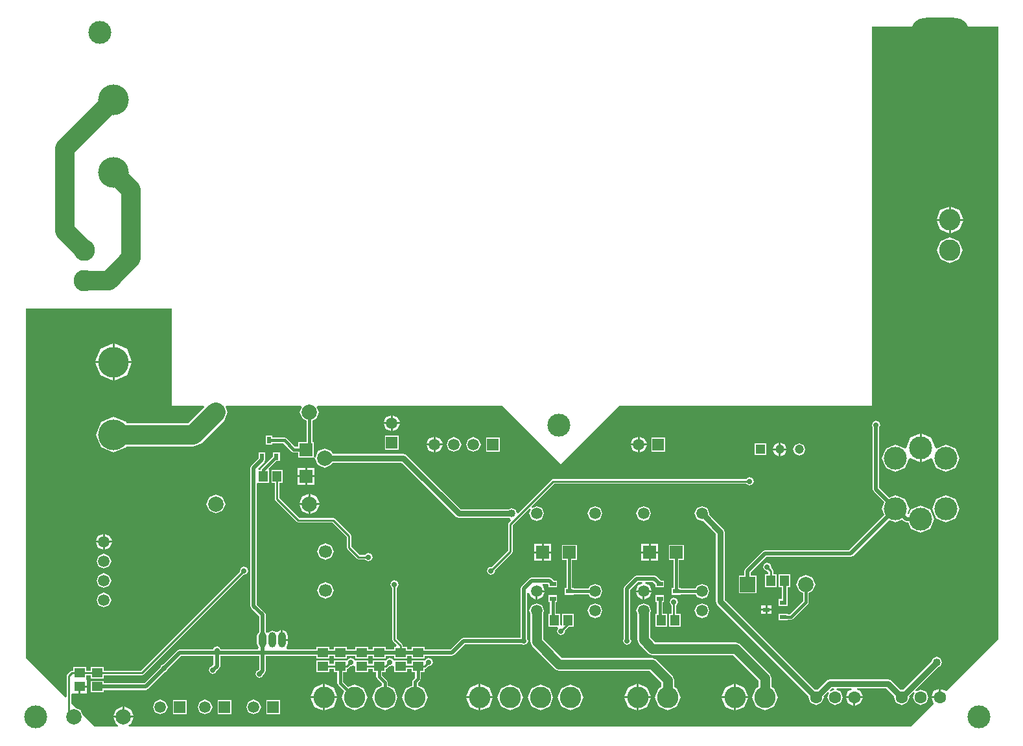
<source format=gbl>
%FSTAX25Y25*%
%MOIN*%
G70*
G01*
G75*
G04 Layer_Physical_Order=2*
G04 Layer_Color=16711680*
%ADD10R,0.04724X0.05512*%
%ADD11R,0.35039X0.41929*%
%ADD12R,0.09449X0.04134*%
%ADD13R,0.05512X0.04724*%
%ADD14R,0.08465X0.11221*%
%ADD15O,0.01181X0.05709*%
%ADD16O,0.05709X0.01181*%
%ADD17C,0.01000*%
%ADD18C,0.01500*%
%ADD19C,0.03000*%
%ADD20C,0.02000*%
%ADD21C,0.11811*%
%ADD22C,0.11000*%
%ADD23C,0.06693*%
%ADD24O,0.03937X0.07874*%
%ADD25O,0.03937X0.07874*%
%ADD26C,0.07874*%
%ADD27R,0.04724X0.04724*%
%ADD28C,0.04724*%
%ADD29C,0.15748*%
%ADD30C,0.05906*%
%ADD31R,0.05906X0.05906*%
%ADD32R,0.07874X0.07874*%
%ADD33R,0.05906X0.05906*%
%ADD34O,0.30000X0.15000*%
%ADD35C,0.06299*%
%ADD36C,0.05000*%
%ADD37C,0.04000*%
%ADD38C,0.02756*%
%ADD39R,0.02362X0.03347*%
%ADD40R,0.03347X0.02362*%
%ADD41R,0.06693X0.06693*%
%ADD42R,0.06693X0.06693*%
%ADD43C,0.05000*%
%ADD44C,0.10000*%
G36*
X051Y005D02*
X048315Y002315D01*
X0483018Y0023176D01*
X0480342Y0024284D01*
Y002D01*
X0479843D01*
Y00195D01*
X0475558D01*
X0476667Y0016824D01*
X0476693Y0016693D01*
X0465Y0005D01*
X006288D01*
X0062724Y0005785D01*
X0063779Y0006221D01*
X0065137Y00095D01*
X0054863D01*
X0056221Y0006221D01*
X0057276Y0005785D01*
X005712Y0005D01*
X0045D01*
X003884Y001116D01*
X0037882Y0013473D01*
X003557Y001443D01*
X0033191Y0016809D01*
Y0021524D01*
X0033744Y0022094D01*
X0033991Y0022095D01*
X0037D01*
Y0025457D01*
X00375D01*
Y0025957D01*
X0041256D01*
Y0028819D01*
X0040947D01*
Y0028819D01*
X0040856Y0029581D01*
X0040856Y0029619D01*
Y0031353D01*
X0043144D01*
Y0029581D01*
X0049856D01*
Y0031353D01*
X0069543D01*
X0070385Y0031701D01*
X0121677Y0082993D01*
X0122Y0082859D01*
X0123514Y0083486D01*
X0124141Y0085D01*
X0123514Y0086514D01*
X0122Y0087141D01*
X0120486Y0086514D01*
X0119859Y0085D01*
X0119993Y0084677D01*
X006905Y0033734D01*
X0049856D01*
Y0035506D01*
X0043144D01*
Y0033734D01*
X0040856D01*
Y0035506D01*
X0034144D01*
Y0033734D01*
X0033543D01*
X0032701Y0033385D01*
X0031158Y0031842D01*
X0030809Y0031D01*
Y0020236D01*
X003007Y001993D01*
X001Y004D01*
Y022D01*
X0085D01*
Y017D01*
X0101343D01*
X0101649Y0169261D01*
X009345Y0161061D01*
X0061661D01*
X0061486Y0161486D01*
X0055Y0164172D01*
X0048514Y0161486D01*
X0045828Y0155D01*
X0048514Y0148514D01*
X0055Y0145828D01*
X0061486Y0148514D01*
X0061661Y0148939D01*
X0095961D01*
X0100247Y0150714D01*
X0111869Y0162336D01*
X0113644Y0166622D01*
X011252Y0169335D01*
X0112965Y017D01*
X0151383D01*
X0151827Y0169335D01*
X0150703Y0166622D01*
X0152142Y0163149D01*
X0154153Y0162316D01*
Y0151297D01*
X0150054D01*
Y0148812D01*
X0148255D01*
X0143801Y0153266D01*
X0142768Y0153693D01*
X0142768Y0153693D01*
X0136706D01*
Y0154506D01*
X0133144D01*
Y0149959D01*
X0136706D01*
Y0150771D01*
X0142163D01*
X0146616Y0146317D01*
X014765Y0145889D01*
X014765Y0145889D01*
X0150054D01*
Y0143404D01*
X0157214D01*
X0157225Y0143404D01*
X0157225Y0143404D01*
X0157652Y0143404D01*
X0157847Y0143404D01*
X0157879D01*
X0157879D01*
X0157897Y0143393D01*
X0157938Y0143369D01*
X0157961Y0143356D01*
X0157966Y0143353D01*
X0158185Y0143227D01*
X0158722Y014265D01*
D01*
X0158722D01*
X0160016Y0139527D01*
X0163488Y0138089D01*
X0166961Y0139527D01*
X0167457Y0140727D01*
X0203059D01*
X0230893Y0112893D01*
X0230893Y0112893D01*
X0231363Y0112698D01*
X02325Y0112227D01*
X02325Y0112227D01*
X0258193D01*
X0259055Y011187D01*
X0259263Y0110947D01*
X0258158Y0109842D01*
X0257809Y0109D01*
Y0095493D01*
X0249323Y0087007D01*
X0249Y0087141D01*
X0247486Y0086514D01*
X0246859Y0085D01*
X0247486Y0083486D01*
X0249Y0082859D01*
X0250514Y0083486D01*
X0251141Y0085D01*
X0251007Y0085323D01*
X0259842Y0094158D01*
X0260191Y0095D01*
Y0108507D01*
X0268923Y0117239D01*
X0269601Y0116786D01*
X0268654Y01145D01*
X0269781Y0111781D01*
X02725Y0110655D01*
X0275219Y0111781D01*
X0276345Y01145D01*
X0275219Y0117219D01*
X02725Y0118345D01*
X0270214Y0117399D01*
X026976Y0118077D01*
X0281493Y0129809D01*
X0380352D01*
X0380486Y0129486D01*
X0382Y0128859D01*
X0383514Y0129486D01*
X0384141Y0131D01*
X0383514Y0132514D01*
X0382Y0133141D01*
X0380486Y0132514D01*
X0380352Y0132191D01*
X0281D01*
X0280158Y0131842D01*
X0263053Y0114737D01*
X026213Y0114945D01*
X026149Y011649D01*
X02595Y0117314D01*
X0258193Y0116773D01*
X0233441D01*
X0205607Y0144607D01*
X0204Y0145273D01*
X0167457D01*
X0166961Y0146472D01*
X0163488Y0147911D01*
X0160016Y0146472D01*
X0158746Y0143408D01*
X0158694Y0143419D01*
X0158574Y0143442D01*
X0158573Y0143443D01*
X0158573Y0143443D01*
D01*
X0158528Y0143452D01*
X0158207Y0143516D01*
X0158153Y0143526D01*
X0158152Y0143526D01*
X0158024Y0143552D01*
X0157961Y0143564D01*
X0157946Y0144101D01*
Y014414D01*
X0157946Y0144141D01*
X0157946Y0144176D01*
Y0151297D01*
X0157075D01*
Y0162316D01*
X0159087Y0163149D01*
X0160525Y0166622D01*
X0159401Y0169335D01*
X0159846Y017D01*
X0255D01*
X0285Y014D01*
X0315Y017D01*
X0445D01*
Y0365D01*
X0473481D01*
X0473926Y0364335D01*
X0472959Y0362D01*
X0475021Y0357021D01*
X048Y0354959D01*
X0484979Y0357021D01*
X0487042Y0362D01*
X0486074Y0364335D01*
X0486519Y0365D01*
X051D01*
Y005D01*
D02*
G37*
%LPC*%
G36*
X03575Y0068345D02*
X0354781Y0067219D01*
X0353655Y00645D01*
X0354781Y0061781D01*
X03575Y0060655D01*
X0360219Y0061781D01*
X0361345Y00645D01*
X0360219Y0067219D01*
X03575Y0068345D01*
D02*
G37*
G36*
X03025D02*
X0299781Y0067219D01*
X0298655Y00645D01*
X0299781Y0061781D01*
X03025Y0060655D01*
X0305219Y0061781D01*
X0306345Y00645D01*
X0305219Y0067219D01*
X03025Y0068345D01*
D02*
G37*
G36*
X0343Y0071141D02*
X0341486Y0070514D01*
X0340859Y0069D01*
X0341486Y0067486D01*
X0341809Y0067352D01*
Y0062856D01*
X0340581D01*
Y0056144D01*
X0346505D01*
Y0062856D01*
X0344191D01*
Y0067352D01*
X0344514Y0067486D01*
X0345141Y0069D01*
X0344514Y0070514D01*
X0343Y0071141D01*
D02*
G37*
G36*
X0410917Y0082911D02*
X0407445Y0081472D01*
X0406006Y0078D01*
X0407445Y0074528D01*
X0409456Y0073694D01*
Y0069523D01*
X0402655Y0062721D01*
X0401462D01*
Y0063041D01*
X0396916D01*
Y0059479D01*
X0401462D01*
Y0059799D01*
X040326D01*
X040326Y0059799D01*
X0404293Y0060227D01*
X0411951Y0067884D01*
X0411951Y0067884D01*
X0412076Y0068187D01*
X0412379Y0068917D01*
X0412379Y0068917D01*
Y0073694D01*
X041439Y0074528D01*
X0415828Y0078D01*
X041439Y0081472D01*
X0410917Y0082911D01*
D02*
G37*
G36*
X0390224Y0067181D02*
X0388051D01*
Y00655D01*
X0390224D01*
Y0067181D01*
D02*
G37*
G36*
X0393398Y00645D02*
X0391224D01*
Y0062819D01*
X0393398D01*
Y00645D01*
D02*
G37*
G36*
X0390224D02*
X0388051D01*
Y0062819D01*
X0390224D01*
Y00645D01*
D02*
G37*
G36*
X0338041Y0072541D02*
X0333494D01*
Y0068979D01*
X0334306D01*
Y0062856D01*
X0333494D01*
Y0056144D01*
X0339419D01*
Y0062856D01*
X0337229D01*
Y0068979D01*
X0338041D01*
Y0072541D01*
D02*
G37*
G36*
X0479343Y0024284D02*
X0476667Y0023176D01*
X0475558Y00205D01*
X0479343D01*
Y0024284D01*
D02*
G37*
G36*
X0374909Y0026828D02*
Y00205D01*
X0381238D01*
X0379384Y0024975D01*
X0374909Y0026828D01*
D02*
G37*
G36*
X0373909D02*
X0369435Y0024975D01*
X0367581Y00205D01*
X0373909D01*
Y0026828D01*
D02*
G37*
G36*
X0041256Y0024957D02*
X0038D01*
Y0022095D01*
X0041256D01*
Y0024957D01*
D02*
G37*
G36*
X0283041Y0072541D02*
X0278494D01*
Y0068979D01*
X0279306D01*
Y0062856D01*
X0278495D01*
Y0056144D01*
X0283071D01*
X0283416Y0055344D01*
X0282859Y0054D01*
X0283486Y0052486D01*
X0285Y0051859D01*
X0286514Y0052486D01*
X0287141Y0054D01*
X0287007Y0054323D01*
X0288828Y0056144D01*
X0291506D01*
Y0062856D01*
X0285581D01*
Y0056766D01*
X0285546Y0056729D01*
X0285203Y0056729D01*
X0284419Y0057514D01*
Y0062856D01*
X0282229D01*
Y0068979D01*
X0283041D01*
Y0072541D01*
D02*
G37*
G36*
X0142Y0054474D02*
Y005D01*
X0144713D01*
Y0051468D01*
X0143772Y005374D01*
X0142Y0054474D01*
D02*
G37*
G36*
X0217Y0040141D02*
X0215486Y0039514D01*
X0215448Y0039421D01*
X0214856Y0038919D01*
X0208144D01*
Y0037147D01*
X0205856D01*
Y0038919D01*
X0199626D01*
X0199144Y0038919D01*
X0198552Y0039421D01*
X0198552Y0039421D01*
X0198514Y0039514D01*
X0197Y0040141D01*
X0195486Y0039514D01*
X0195448Y0039421D01*
X0194856Y0038919D01*
X0188144D01*
Y0037147D01*
X0185856D01*
Y0038919D01*
X0179626D01*
X0179144Y0038919D01*
X0178552Y0039421D01*
X0178514Y0039514D01*
X0177Y0040141D01*
X0175486Y0039514D01*
X0175448Y0039421D01*
X0174856Y0038919D01*
X0168144D01*
Y0037147D01*
X0165856D01*
Y0038919D01*
X0159144D01*
Y0032994D01*
X0165856D01*
Y0034766D01*
X0168144D01*
Y0032994D01*
X0170039D01*
Y0027319D01*
X0170039Y0027319D01*
X0170467Y0026286D01*
X0173545Y0023208D01*
X0172216Y002D01*
X017415Y0015331D01*
X0178819Y0013397D01*
X0183488Y0015331D01*
X0185422Y002D01*
X0183488Y0024669D01*
X0178819Y0026603D01*
X0175611Y0025274D01*
X0172961Y0027924D01*
Y0032994D01*
X0174856D01*
Y0034766D01*
X0174957D01*
X0175799Y0035115D01*
X0176677Y0035993D01*
X0177Y0035859D01*
X0178344Y0036416D01*
X0179144Y0036071D01*
Y0032994D01*
X0185856D01*
Y0034766D01*
X0188144D01*
Y0032994D01*
X0190039D01*
Y00305D01*
X0190039Y00305D01*
X0190467Y0029467D01*
X0192948Y0026985D01*
Y0025997D01*
X0189741Y0024669D01*
X0187807Y002D01*
X0189741Y0015331D01*
X0194409Y0013397D01*
X0199078Y0015331D01*
X0201012Y002D01*
X0199078Y0024669D01*
X0195871Y0025997D01*
Y0027591D01*
X0195443Y0028624D01*
X0195443Y0028624D01*
X0192961Y0031105D01*
Y0032994D01*
X0194856D01*
Y0034766D01*
X0194957D01*
X0195799Y0035115D01*
X0196677Y0035993D01*
X0197Y0035859D01*
X0198344Y0036416D01*
X0199144Y0036071D01*
Y0032994D01*
X0205856D01*
Y0034766D01*
X0208144D01*
Y0032994D01*
X0210039D01*
Y0030105D01*
X0208967Y0029033D01*
X0208539Y0028D01*
X0208539Y0028D01*
Y0025997D01*
X0205331Y0024669D01*
X0203397Y002D01*
X0205331Y0015331D01*
X021Y0013397D01*
X0214669Y0015331D01*
X0216603Y002D01*
X0214669Y0024669D01*
X0211461Y0025997D01*
Y0027395D01*
X0212533Y0028467D01*
X0212533Y0028467D01*
X0212659Y0028769D01*
X0212961Y00295D01*
X0212961Y00295D01*
Y0032994D01*
X0214856D01*
Y0034766D01*
X0214957D01*
X0215798Y0035115D01*
X0216677Y0035993D01*
X0217Y0035859D01*
X0218514Y0036486D01*
X0219141Y0038D01*
X0218514Y0039514D01*
X0217Y0040141D01*
D02*
G37*
G36*
X0333008Y0082732D02*
X0324D01*
X0322775Y0082225D01*
X0317775Y0077225D01*
X0317268Y0076D01*
Y0049988D01*
X0316859Y0049D01*
X0317486Y0047486D01*
X0319Y0046859D01*
X0320514Y0047486D01*
X0321141Y0049D01*
X0320732Y0049988D01*
Y0075283D01*
X0324717Y0079268D01*
X0326592D01*
X0326751Y0078468D01*
X0324475Y0077525D01*
X0323429Y0075D01*
X0331571D01*
X0330525Y0077525D01*
X0328249Y0078468D01*
X0328408Y0079268D01*
X0332291D01*
X0333494Y0078064D01*
Y0076459D01*
X0338041D01*
Y0080021D01*
X0336436D01*
X0334232Y0082225D01*
X0333008Y0082732D01*
D02*
G37*
G36*
X005Y0083846D02*
X0047281Y0082719D01*
X0046154Y008D01*
X0047281Y0077281D01*
X005Y0076155D01*
X0052719Y0077281D01*
X0053846Y008D01*
X0052719Y0082719D01*
X005Y0083846D01*
D02*
G37*
G36*
X0164Y0079272D02*
X0160979Y0078021D01*
X0159728Y0075D01*
X0160979Y007198D01*
X0164Y0070728D01*
X016702Y007198D01*
X0168272Y0075D01*
X016702Y0078021D01*
X0164Y0079272D01*
D02*
G37*
G36*
X0391Y0089141D02*
X0389486Y0088514D01*
X0388859Y0087D01*
X0389486Y0085486D01*
X0391Y0084859D01*
X039104Y0084876D01*
X0391723Y0084347D01*
Y0083356D01*
X0389951D01*
Y0076644D01*
X0395876D01*
Y0083356D01*
X0394104D01*
Y0085087D01*
X0393755Y0085928D01*
X0393007Y0086677D01*
X0393141Y0087D01*
X0392514Y0088514D01*
X0391Y0089141D01*
D02*
G37*
G36*
X027515Y0094D02*
X0271303D01*
Y0090154D01*
X027515D01*
Y0094D01*
D02*
G37*
G36*
X0142006Y0136856D02*
X0136081D01*
Y0130144D01*
X0137853D01*
Y0121957D01*
X0138201Y0121115D01*
X0149158Y0110158D01*
X015Y0109809D01*
X0167507D01*
X0174809Y0102507D01*
Y0097D01*
X0175158Y0096158D01*
X0180158Y0091158D01*
X0181Y0090809D01*
X0184352D01*
X0184486Y0090486D01*
X0186Y0089859D01*
X0187514Y0090486D01*
X0188141Y0092D01*
X0187514Y0093514D01*
X0186Y0094141D01*
X0184486Y0093514D01*
X0184352Y0093191D01*
X0181493D01*
X0177191Y0097493D01*
Y0103D01*
X0176842Y0103842D01*
X0168842Y0111842D01*
X0168Y0112191D01*
X0150493D01*
X0140234Y012245D01*
Y0130144D01*
X0142006D01*
Y0136856D01*
D02*
G37*
G36*
X005Y0093845D02*
X0047281Y0092719D01*
X0046154Y009D01*
X0047281Y0087281D01*
X005Y0086155D01*
X0052719Y0087281D01*
X0053846Y009D01*
X0052719Y0092719D01*
X005Y0093845D01*
D02*
G37*
G36*
X0348297Y0098447D02*
X0340404D01*
Y0090554D01*
X0342771D01*
Y0076281D01*
X0341959D01*
Y0072719D01*
X0346505D01*
Y0073039D01*
X035426D01*
X0354781Y0071781D01*
X03575Y0070655D01*
X0360219Y0071781D01*
X0361345Y00745D01*
X0360219Y0077219D01*
X03575Y0078346D01*
X0354781Y0077219D01*
X035426Y0075961D01*
X0346505D01*
Y0076281D01*
X0345693D01*
Y0090554D01*
X0348297D01*
Y0098447D01*
D02*
G37*
G36*
X0402962Y0083356D02*
X0397038D01*
Y0076644D01*
X0398539D01*
Y0070521D01*
X0396916D01*
Y0066959D01*
X0401462D01*
Y0070521D01*
X0401461D01*
Y0076644D01*
X0402962D01*
Y0083356D01*
D02*
G37*
G36*
X005Y0073845D02*
X0047281Y0072719D01*
X0046154Y007D01*
X0047281Y0067281D01*
X005Y0066154D01*
X0052719Y0067281D01*
X0053846Y007D01*
X0052719Y0072719D01*
X005Y0073845D01*
D02*
G37*
G36*
X0393398Y0067181D02*
X0391224D01*
Y00655D01*
X0393398D01*
Y0067181D01*
D02*
G37*
G36*
X0276571Y0074D02*
X0273D01*
Y0070429D01*
X0275525Y0071475D01*
X0276571Y0074D01*
D02*
G37*
G36*
X0293297Y0098447D02*
X0285404D01*
Y0090554D01*
X0287771D01*
Y0076281D01*
X0286959D01*
Y0072719D01*
X0291506D01*
Y0073039D01*
X029926D01*
X0299781Y0071781D01*
X03025Y0070655D01*
X0305219Y0071781D01*
X0306345Y00745D01*
X0305219Y0077219D01*
X03025Y0078346D01*
X0299781Y0077219D01*
X029926Y0075961D01*
X0291506D01*
Y0076281D01*
X0290693D01*
Y0090554D01*
X0293297D01*
Y0098447D01*
D02*
G37*
G36*
X0331571Y0074D02*
X0328D01*
Y0070429D01*
X0330525Y0071475D01*
X0331571Y0074D01*
D02*
G37*
G36*
X0327D02*
X0323429D01*
X0324475Y0071475D01*
X0327Y0070429D01*
Y0074D01*
D02*
G37*
G36*
X0242728Y00195D02*
X02364D01*
X0238253Y0015025D01*
X0242728Y0013172D01*
Y00195D01*
D02*
G37*
G36*
X0170057D02*
X0163728D01*
Y0013172D01*
X0168203Y0015025D01*
X0170057Y00195D01*
D02*
G37*
G36*
X0162728D02*
X01564D01*
X0158254Y0015025D01*
X0162728Y0013172D01*
Y00195D01*
D02*
G37*
G36*
X0250057D02*
X0243728D01*
Y0013172D01*
X0248203Y0015025D01*
X0250057Y00195D01*
D02*
G37*
G36*
X0373909D02*
X0367581D01*
X0369435Y0015025D01*
X0373909Y0013172D01*
Y00195D01*
D02*
G37*
G36*
X0331238D02*
X0324909D01*
Y0013172D01*
X0329384Y0015025D01*
X0331238Y00195D01*
D02*
G37*
G36*
X0323909D02*
X0317581D01*
X0319435Y0015025D01*
X0323909Y0013172D01*
Y00195D01*
D02*
G37*
G36*
X0140553Y0018553D02*
X0133447D01*
Y0011447D01*
X0140553D01*
Y0018553D01*
D02*
G37*
G36*
X0079Y0018845D02*
X0076281Y0017719D01*
X0075155Y0015D01*
X0076281Y0012281D01*
X0079Y0011154D01*
X0081719Y0012281D01*
X0082845Y0015D01*
X0081719Y0017719D01*
X0079Y0018845D01*
D02*
G37*
G36*
X00605Y0015137D02*
Y00105D01*
X0065137D01*
X0063779Y0013779D01*
X00605Y0015137D01*
D02*
G37*
G36*
X00595D02*
X0056221Y0013779D01*
X0054863Y00105D01*
X00595D01*
Y0015137D01*
D02*
G37*
G36*
X0102Y0018845D02*
X0099281Y0017719D01*
X0098154Y0015D01*
X0099281Y0012281D01*
X0102Y0011154D01*
X0104719Y0012281D01*
X0105845Y0015D01*
X0104719Y0017719D01*
X0102Y0018845D01*
D02*
G37*
G36*
X0115553Y0018553D02*
X0108447D01*
Y0011447D01*
X0115553D01*
Y0018553D01*
D02*
G37*
G36*
X0092553D02*
X0085447D01*
Y0011447D01*
X0092553D01*
Y0018553D01*
D02*
G37*
G36*
X0127Y0018845D02*
X0124281Y0017719D01*
X0123154Y0015D01*
X0124281Y0012281D01*
X0127Y0011154D01*
X0129719Y0012281D01*
X0130845Y0015D01*
X0129719Y0017719D01*
X0127Y0018845D01*
D02*
G37*
G36*
X0163728Y0026828D02*
Y00205D01*
X0170057D01*
X0168203Y0024975D01*
X0163728Y0026828D01*
D02*
G37*
G36*
X0162728D02*
X0158254Y0024975D01*
X01564Y00205D01*
X0162728D01*
Y0026828D01*
D02*
G37*
G36*
X03575Y0118345D02*
X0354781Y0117219D01*
X0353655Y01145D01*
X0354781Y0111781D01*
X03575Y0110655D01*
X0357946Y0110839D01*
X0364727Y0104059D01*
Y0069157D01*
X0365393Y006755D01*
X0412346Y0020597D01*
X0412099Y002D01*
X0413288Y001713D01*
X0416157Y0015942D01*
X0419027Y001713D01*
X0420216Y002D01*
X0419969Y0020597D01*
X042228Y0022908D01*
X0422958Y0022455D01*
X0421942Y002D01*
X042313Y001713D01*
X0426Y0015942D01*
X042887Y001713D01*
X0430058Y002D01*
X042887Y002287D01*
X0426427Y0023882D01*
X0426408Y0024381D01*
X0427064Y0024727D01*
X043432D01*
X043448Y0023927D01*
X0432667Y0023176D01*
X0431558Y00205D01*
X0440127D01*
X0439018Y0023176D01*
X0437205Y0023927D01*
X0437364Y0024727D01*
X0452216D01*
X0456346Y0020597D01*
X0456099Y002D01*
X0457288Y001713D01*
X0460157Y0015942D01*
X0463027Y001713D01*
X0464216Y002D01*
X0463969Y0020597D01*
X046628Y0022908D01*
X0466958Y0022455D01*
X0465941Y002D01*
X046713Y001713D01*
X047Y0015942D01*
X047287Y001713D01*
X0474058Y002D01*
X047287Y002287D01*
X047Y0024058D01*
X0467545Y0023042D01*
X0467092Y002372D01*
X0478841Y0035469D01*
X0480147Y003601D01*
X0480972Y0038D01*
X0480147Y003999D01*
X0478158Y0040814D01*
X0476167Y003999D01*
X0475626Y0038683D01*
X0460754Y0023811D01*
X0460157Y0024058D01*
X0459561Y0023811D01*
X0454765Y0028607D01*
X0453158Y0029273D01*
X0423158D01*
X042155Y0028607D01*
X042155Y0028607D01*
X0416754Y0023811D01*
X0416157Y0024058D01*
X0415561Y0023811D01*
X0369273Y0070099D01*
Y0105D01*
X0368607Y0106607D01*
X0361161Y0114054D01*
X0361345Y01145D01*
X0360219Y0117219D01*
X03575Y0118345D01*
D02*
G37*
G36*
X0242728Y0026828D02*
X0238253Y0024975D01*
X02364Y00205D01*
X0242728D01*
Y0026828D01*
D02*
G37*
G36*
X0324909D02*
Y00205D01*
X0331238D01*
X0329384Y0024975D01*
X0324909Y0026828D01*
D02*
G37*
G36*
X0323909D02*
X0319435Y0024975D01*
X0317581Y00205D01*
X0323909D01*
Y0026828D01*
D02*
G37*
G36*
X0243728D02*
Y00205D01*
X0250057D01*
X0248203Y0024975D01*
X0243728Y0026828D01*
D02*
G37*
G36*
X0440127Y00195D02*
X0436342D01*
Y0015716D01*
X0439018Y0016824D01*
X0440127Y00195D01*
D02*
G37*
G36*
X027441Y0026603D02*
X0269741Y0024669D01*
X0267807Y002D01*
X0269741Y0015331D01*
X027441Y0013397D01*
X0279078Y0015331D01*
X0281012Y002D01*
X0279078Y0024669D01*
X027441Y0026603D01*
D02*
G37*
G36*
X0258819D02*
X025415Y0024669D01*
X0252216Y002D01*
X025415Y0015331D01*
X0258819Y0013397D01*
X0263488Y0015331D01*
X0265422Y002D01*
X0263488Y0024669D01*
X0258819Y0026603D01*
D02*
G37*
G36*
X0381238Y00195D02*
X0374909D01*
Y0013172D01*
X0379384Y0015025D01*
X0381238Y00195D01*
D02*
G37*
G36*
X029Y0026603D02*
X0285331Y0024669D01*
X0283397Y002D01*
X0285331Y0015331D01*
X029Y0013397D01*
X0294669Y0015331D01*
X0296603Y002D01*
X0294669Y0024669D01*
X029Y0026603D01*
D02*
G37*
G36*
X0435343Y00195D02*
X0431558D01*
X0432667Y0016824D01*
X0435343Y0015716D01*
Y00195D01*
D02*
G37*
G36*
X03275Y0068345D02*
X0324781Y0067219D01*
X0323655Y00645D01*
X0324145Y0063317D01*
Y00495D01*
X0325127Y0047127D01*
X0329627Y0042627D01*
X0332Y0041645D01*
X037361D01*
X0386645Y002861D01*
Y0025213D01*
X0385331Y0024669D01*
X0383397Y002D01*
X0385331Y0015331D01*
X039Y0013397D01*
X0394669Y0015331D01*
X0396603Y002D01*
X0394669Y0024669D01*
X0393355Y0025213D01*
Y003D01*
X0392373Y0032373D01*
X0377373Y0047373D01*
X0375Y0048355D01*
X033339D01*
X0330855Y005089D01*
Y0063317D01*
X0331345Y00645D01*
X0330219Y0067219D01*
X03275Y0068345D01*
D02*
G37*
G36*
X02725D02*
X0269781Y0067219D01*
X0268654Y00645D01*
X0269145Y0063317D01*
Y00485D01*
X0270127Y0046127D01*
X0281627Y0034627D01*
X0284Y0033645D01*
X033061D01*
X0336645Y002761D01*
Y0025213D01*
X0335331Y0024669D01*
X0333397Y002D01*
X0335331Y0015331D01*
X034Y0013397D01*
X0344669Y0015331D01*
X0346603Y002D01*
X0344669Y0024669D01*
X0343355Y0025213D01*
Y0029D01*
X0342373Y0031373D01*
X0334373Y0039373D01*
X0332Y0040355D01*
X028539D01*
X0275855Y004989D01*
Y0063317D01*
X0276345Y00645D01*
X0275219Y0067219D01*
X02725Y0068345D01*
D02*
G37*
G36*
X0397Y0150932D02*
X0394927Y0150073D01*
X0394068Y0148D01*
X0397D01*
Y0150932D01*
D02*
G37*
G36*
X0201553Y0154553D02*
X0194447D01*
Y0147447D01*
X0201553D01*
Y0154553D01*
D02*
G37*
G36*
X0253553Y0153553D02*
X0246447D01*
Y0146447D01*
X0253553D01*
Y0153553D01*
D02*
G37*
G36*
X0398Y0150932D02*
Y0148D01*
X0400932D01*
X0400073Y0150073D01*
X0398Y0150932D01*
D02*
G37*
G36*
X03255Y0154071D02*
Y01505D01*
X0329071D01*
X0328025Y0153025D01*
X03255Y0154071D01*
D02*
G37*
G36*
X03245D02*
X0321975Y0153025D01*
X0320929Y01505D01*
X03245D01*
Y0154071D01*
D02*
G37*
G36*
X04695Y0155575D02*
X0464715Y0153592D01*
X0462576Y0148428D01*
X0461786Y0148027D01*
X0457055Y0149987D01*
X0452076Y0147924D01*
X0450013Y0142945D01*
X0452076Y0137966D01*
X0457055Y0135904D01*
X0462034Y0137966D01*
X0463994Y0142698D01*
X0464583Y0142963D01*
X0464836Y0142972D01*
X04695Y014104D01*
Y0148307D01*
Y0155575D01*
D02*
G37*
G36*
X0338553Y0153553D02*
X0331447D01*
Y0146447D01*
X0338553D01*
Y0153553D01*
D02*
G37*
G36*
X0329071Y01495D02*
X03255D01*
Y0145929D01*
X0328025Y0146975D01*
X0329071Y01495D01*
D02*
G37*
G36*
X03245D02*
X0320929D01*
X0321975Y0146975D01*
X03245Y0145929D01*
Y01495D01*
D02*
G37*
G36*
X0390462Y0150462D02*
X0384538D01*
Y0144538D01*
X0390462D01*
Y0150462D01*
D02*
G37*
G36*
X02195Y01495D02*
X0215929D01*
X0216975Y0146975D01*
X02195Y0145929D01*
Y01495D01*
D02*
G37*
G36*
X024Y0153846D02*
X0237281Y0152719D01*
X0236155Y015D01*
X0237281Y0147281D01*
X024Y0146154D01*
X0242719Y0147281D01*
X0243846Y015D01*
X0242719Y0152719D01*
X024Y0153846D01*
D02*
G37*
G36*
X023D02*
X0227281Y0152719D01*
X0226154Y015D01*
X0227281Y0147281D01*
X023Y0146154D01*
X0232719Y0147281D01*
X0233845Y015D01*
X0232719Y0152719D01*
X023Y0153846D01*
D02*
G37*
G36*
X0224071Y01495D02*
X02205D01*
Y0145929D01*
X0223025Y0146975D01*
X0224071Y01495D01*
D02*
G37*
G36*
X0485Y0256603D02*
X0480331Y0254669D01*
X0478397Y025D01*
X0480331Y0245331D01*
X0485Y0243397D01*
X0489669Y0245331D01*
X0491603Y025D01*
X0489669Y0254669D01*
X0485Y0256603D01*
D02*
G37*
G36*
X00555Y02018D02*
Y0192902D01*
X0064398D01*
X0061792Y0199193D01*
X00555Y02018D01*
D02*
G37*
G36*
X00545D02*
X0048208Y0199193D01*
X0045602Y0192902D01*
X00545D01*
Y02018D01*
D02*
G37*
G36*
X04845Y026509D02*
X0478171D01*
X0480025Y0260616D01*
X04845Y0258762D01*
Y026509D01*
D02*
G37*
G36*
X04855Y0272419D02*
Y026609D01*
X0491828D01*
X0489975Y0270565D01*
X04855Y0272419D01*
D02*
G37*
G36*
X04845D02*
X0480025Y0270565D01*
X0478171Y026609D01*
X04845D01*
Y0272419D01*
D02*
G37*
G36*
X0491828Y026509D02*
X04855D01*
Y0258762D01*
X0489975Y0260616D01*
X0491828Y026509D01*
D02*
G37*
G36*
X0064398Y0191902D02*
X00555D01*
Y0183003D01*
X0061792Y018561D01*
X0064398Y0191902D01*
D02*
G37*
G36*
X01975Y01605D02*
X0193929D01*
X0194975Y0157975D01*
X01975Y0156929D01*
Y01605D01*
D02*
G37*
G36*
X02205Y0154071D02*
Y01505D01*
X0224071D01*
X0223025Y0153025D01*
X02205Y0154071D01*
D02*
G37*
G36*
X02195D02*
X0216975Y0153025D01*
X0215929Y01505D01*
X02195D01*
Y0154071D01*
D02*
G37*
G36*
X0202071Y01605D02*
X01985D01*
Y0156929D01*
X0201025Y0157975D01*
X0202071Y01605D01*
D02*
G37*
G36*
X00545Y0191902D02*
X0045602D01*
X0048208Y018561D01*
X00545Y0183003D01*
Y0191902D01*
D02*
G37*
G36*
X01985Y0165071D02*
Y01615D01*
X0202071D01*
X0201025Y0164025D01*
X01985Y0165071D01*
D02*
G37*
G36*
X01975D02*
X0194975Y0164025D01*
X0193929Y01615D01*
X01975D01*
Y0165071D01*
D02*
G37*
G36*
X04075Y0150706D02*
X0405233Y0149767D01*
X0404294Y01475D01*
X0405233Y0145233D01*
X04075Y0144294D01*
X0409767Y0145233D01*
X0410706Y01475D01*
X0409767Y0149767D01*
X04075Y0150706D01*
D02*
G37*
G36*
X00495Y0104071D02*
X0046975Y0103025D01*
X0045929Y01005D01*
X00495D01*
Y0104071D01*
D02*
G37*
G36*
X0054071Y00995D02*
X00505D01*
Y0095929D01*
X0053025Y0096975D01*
X0054071Y00995D01*
D02*
G37*
G36*
X00495D02*
X0045929D01*
X0046975Y0096975D01*
X00495Y0095929D01*
Y00995D01*
D02*
G37*
G36*
X00505Y0104071D02*
Y01005D01*
X0054071D01*
X0053025Y0103025D01*
X00505Y0104071D01*
D02*
G37*
G36*
X03025Y0118345D02*
X0299781Y0117219D01*
X0298655Y01145D01*
X0299781Y0111781D01*
X03025Y0110655D01*
X0305219Y0111781D01*
X0306345Y01145D01*
X0305219Y0117219D01*
X03025Y0118345D01*
D02*
G37*
G36*
X0482945Y0124096D02*
X0477966Y0122034D01*
X0475904Y0117055D01*
X0477966Y0112076D01*
X0482945Y0110013D01*
X0487924Y0112076D01*
X0489987Y0117055D01*
X0487924Y0122034D01*
X0482945Y0124096D01*
D02*
G37*
G36*
X0447Y0162141D02*
X0445486Y0161514D01*
X0444859Y016D01*
X0445268Y0159012D01*
Y012711D01*
X0445775Y0125885D01*
X0451359Y0120302D01*
X0450013Y0117055D01*
X0451359Y0113808D01*
X0433283Y0095732D01*
X039D01*
X0388775Y0095225D01*
X0379771Y0086221D01*
X0379264Y0084996D01*
Y0082537D01*
X0376459D01*
Y0073463D01*
X0385533D01*
Y0082537D01*
X0382728D01*
Y0084279D01*
X0390717Y0092268D01*
X0434D01*
X0435225Y0092775D01*
X0453808Y0111358D01*
X0457055Y0110013D01*
X0460302Y0111358D01*
X0461192Y0110468D01*
X0462417Y0109961D01*
X0463676D01*
X0465021Y0106714D01*
X047Y0104651D01*
X0474979Y0106714D01*
X0477041Y0111693D01*
X0474979Y0116672D01*
X047Y0118734D01*
X0465021Y0116672D01*
X0464014Y0114242D01*
X0463441Y0114166D01*
X046309Y0114625D01*
X0464096Y0117055D01*
X0462034Y0122034D01*
X0457055Y0124096D01*
X0453808Y0122751D01*
X0448732Y0127827D01*
Y0159012D01*
X0449141Y016D01*
X0448514Y0161514D01*
X0447Y0162141D01*
D02*
G37*
G36*
X0334996Y0098847D02*
X033115D01*
Y0095D01*
X0334996D01*
Y0098847D01*
D02*
G37*
G36*
Y0094D02*
X033115D01*
Y0090154D01*
X0334996D01*
Y0094D01*
D02*
G37*
G36*
X033015D02*
X0326303D01*
Y0090154D01*
X033015D01*
Y0094D01*
D02*
G37*
G36*
X0279996Y0094D02*
X027615D01*
Y0090154D01*
X0279996D01*
Y0094D01*
D02*
G37*
G36*
X0164Y0099272D02*
X0160979Y009802D01*
X0159728Y0095D01*
X0160979Y009198D01*
X0164Y0090728D01*
X016702Y009198D01*
X0168272Y0095D01*
X016702Y009802D01*
X0164Y0099272D01*
D02*
G37*
G36*
X033015Y0098847D02*
X0326303D01*
Y0095D01*
X033015D01*
Y0098847D01*
D02*
G37*
G36*
X0279996Y0098847D02*
X027615D01*
Y0095D01*
X0279996D01*
Y0098847D01*
D02*
G37*
G36*
X027515D02*
X0271303D01*
Y0095D01*
X027515D01*
Y0098847D01*
D02*
G37*
G36*
X0158346Y0137996D02*
X01545D01*
Y013415D01*
X0158346D01*
Y0137996D01*
D02*
G37*
G36*
X01535D02*
X0149653D01*
Y013415D01*
X01535D01*
Y0137996D01*
D02*
G37*
G36*
X0158346Y013315D02*
X01545D01*
Y0129303D01*
X0158346D01*
Y013315D01*
D02*
G37*
G36*
X04705Y0155575D02*
Y0148307D01*
Y014104D01*
X0475165Y0142972D01*
X0475417Y0142963D01*
X0476006Y0142698D01*
X0477966Y0137966D01*
X0482945Y0135904D01*
X0487924Y0137966D01*
X0489987Y0142945D01*
X0487924Y0147924D01*
X0482945Y0149987D01*
X0478214Y0148027D01*
X0477424Y0148428D01*
X0475285Y0153592D01*
X04705Y0155575D01*
D02*
G37*
G36*
X0400932Y0147D02*
X0398D01*
Y0144068D01*
X0400073Y0144927D01*
X0400932Y0147D01*
D02*
G37*
G36*
X0397D02*
X0394068D01*
X0394927Y0144927D01*
X0397Y0144068D01*
Y0147D01*
D02*
G37*
G36*
X0140446Y0146041D02*
X0136884D01*
Y0144053D01*
X0130923Y0138092D01*
X0130495Y0137059D01*
X0129756Y0136856D01*
X0129532D01*
X0129436D01*
X0129105Y0137656D01*
X013241Y014096D01*
X0132631Y0141494D01*
X0132966D01*
Y0146041D01*
X0129404D01*
Y0142853D01*
X0125775Y0139225D01*
X0125268Y0138D01*
Y0067D01*
X0125775Y0065775D01*
X0129768Y0061783D01*
Y0053531D01*
X0129534Y0053434D01*
X012872Y0051468D01*
Y0047531D01*
X0129534Y0045566D01*
X0129352Y0044775D01*
X0109906D01*
X01096Y0045514D01*
X0108087Y0046141D01*
X0106573Y0045514D01*
X0106249Y0044732D01*
X0089D01*
X0087775Y0044225D01*
X0080474Y0036923D01*
X0079486Y0036514D01*
X0079077Y0035526D01*
X0070739Y0027189D01*
X0049856D01*
Y0028419D01*
X0043144D01*
Y0022494D01*
X0049856D01*
Y0023725D01*
X0071457D01*
X0072681Y0024232D01*
X0081526Y0033077D01*
X0082514Y0033486D01*
X0082923Y0034474D01*
X0089717Y0041268D01*
X0106355D01*
Y0036804D01*
X0105474Y0035923D01*
X0104486Y0035514D01*
X0103859Y0034D01*
X0104486Y0032486D01*
X0106Y0031859D01*
X0107514Y0032486D01*
X0107923Y0033474D01*
X0109311Y0034862D01*
X0109818Y0036086D01*
Y0041311D01*
X0129768D01*
Y0034217D01*
X0129474Y0033923D01*
X0128486Y0033514D01*
X0127859Y0032D01*
X0128486Y0030486D01*
X013Y0029859D01*
X0131514Y0030486D01*
X0131923Y0031474D01*
X0132724Y0032275D01*
X0133232Y00335D01*
Y0041311D01*
X0159144D01*
Y0040081D01*
X0165856D01*
Y0041311D01*
X0168144D01*
Y0040081D01*
X0174856D01*
Y0041311D01*
X0179144D01*
Y0040081D01*
X0185856D01*
Y0041311D01*
X0188144D01*
Y0040081D01*
X0194856D01*
Y0041311D01*
X0199144D01*
Y0040081D01*
X0205856D01*
Y0041311D01*
X0208144D01*
Y0040081D01*
X0214856D01*
Y0041311D01*
X0229043D01*
X0230268Y0041819D01*
X0235717Y0047268D01*
X0265012D01*
X0266Y0046859D01*
X0267514Y0047486D01*
X0268141Y0049D01*
X0267732Y0049988D01*
Y0073592D01*
X0268532Y0073751D01*
X0269475Y0071475D01*
X0272Y0070429D01*
Y00745D01*
X02725D01*
Y0075D01*
X0276571D01*
X0275525Y0077525D01*
X0275673Y0078268D01*
X0278291D01*
X0278494Y0078064D01*
Y0076459D01*
X0283041D01*
Y0080021D01*
X0281436D01*
X0280233Y0081225D01*
X0279008Y0081732D01*
X027D01*
X0268775Y0081225D01*
X0264775Y0077225D01*
X0264268Y0076D01*
Y0050732D01*
X0235D01*
X0233775Y0050225D01*
X0228326Y0044775D01*
X0214856D01*
Y0046005D01*
X0208144D01*
Y0044775D01*
X0205856D01*
Y0046005D01*
X0203691D01*
Y00465D01*
X0203342Y0047342D01*
X0200537Y0050147D01*
Y0076352D01*
X020086Y0076486D01*
X0201487Y0078D01*
X020086Y0079514D01*
X0199346Y0080141D01*
X0197833Y0079514D01*
X0197205Y0078D01*
X0197833Y0076486D01*
X0198156Y0076352D01*
Y0049654D01*
X0198505Y0048812D01*
X0200511Y0046806D01*
X0200179Y0046005D01*
X0199144D01*
Y0044775D01*
X0194856D01*
Y0046005D01*
X0188144D01*
Y0044775D01*
X0185856D01*
Y0046005D01*
X0179144D01*
Y0044775D01*
X0174856D01*
Y0046005D01*
X0168144D01*
Y0044775D01*
X0165856D01*
Y0046005D01*
X0159144D01*
Y0044775D01*
X0144333D01*
X0143903Y0045575D01*
X0144713Y0047531D01*
Y0049D01*
X01415D01*
Y00495D01*
X0141D01*
Y0054474D01*
X0139228Y005374D01*
X0139205Y0053685D01*
X0138269Y0053516D01*
X01365Y0054249D01*
X0134534Y0053434D01*
X0134529Y0053422D01*
X0133661Y0053314D01*
X0133232Y0053758D01*
Y00625D01*
X0132724Y0063725D01*
X0128732Y0067717D01*
Y0129453D01*
X0128995Y0130144D01*
X0129532Y0130144D01*
X0134919D01*
Y0136856D01*
X0134865D01*
X0134559Y0137595D01*
X0138459Y0141494D01*
X0140446D01*
Y0146041D01*
D02*
G37*
G36*
X0160751Y0118878D02*
X0156114D01*
Y0114241D01*
X0159393Y0115599D01*
X0160751Y0118878D01*
D02*
G37*
G36*
X0155114D02*
X0150477D01*
X0151836Y0115599D01*
X0155114Y0114241D01*
Y0118878D01*
D02*
G37*
G36*
X03275Y0118345D02*
X0324781Y0117219D01*
X0323655Y01145D01*
X0324781Y0111781D01*
X03275Y0110655D01*
X0330219Y0111781D01*
X0331345Y01145D01*
X0330219Y0117219D01*
X03275Y0118345D01*
D02*
G37*
G36*
X0107583Y0124289D02*
X010411Y012285D01*
X0102672Y0119378D01*
X010411Y0115905D01*
X0107583Y0114467D01*
X0111055Y0115905D01*
X0112494Y0119378D01*
X0111055Y012285D01*
X0107583Y0124289D01*
D02*
G37*
G36*
X0156114Y0124515D02*
Y0119878D01*
X0160751D01*
X0159393Y0123156D01*
X0156114Y0124515D01*
D02*
G37*
G36*
X01535Y013315D02*
X0149653D01*
Y0129303D01*
X01535D01*
Y013315D01*
D02*
G37*
G36*
X0155114Y0124515D02*
X0151836Y0123156D01*
X0150477Y0119878D01*
X0155114D01*
Y0124515D01*
D02*
G37*
%LPD*%
G36*
X0425592Y0024381D02*
X0425573Y0023882D01*
Y0023882D01*
X0423545Y0023042D01*
X0423092Y002372D01*
X0424099Y0024727D01*
X0424936D01*
X0425592Y0024381D01*
D02*
G37*
D10*
X04Y008D02*
D03*
X0392913D02*
D03*
X0336457Y00595D02*
D03*
X0343543D02*
D03*
X0281457D02*
D03*
X0288543D02*
D03*
X0131957Y01335D02*
D03*
X0139043D02*
D03*
D13*
X01715Y0035957D02*
D03*
Y0043043D02*
D03*
X01625Y0035957D02*
D03*
Y0043043D02*
D03*
X01915Y0035957D02*
D03*
Y0043043D02*
D03*
X02115Y0035957D02*
D03*
Y0043043D02*
D03*
X01825Y0035957D02*
D03*
Y0043043D02*
D03*
X02025Y0035957D02*
D03*
Y0043043D02*
D03*
X00375Y0025457D02*
D03*
Y0032543D02*
D03*
X00465Y0032543D02*
D03*
Y0025457D02*
D03*
D17*
X0249Y0085D02*
X0259Y0095D01*
Y0109D02*
X0281Y0131D01*
X0259Y0095D02*
Y0109D01*
X0281Y0131D02*
X0382D01*
X02025Y0043043D02*
Y00465D01*
X0199346Y0049654D02*
X02025Y00465D01*
X0199346Y0049654D02*
Y0078D01*
X0181Y0092D02*
X0186D01*
X0176Y0097D02*
X0181Y0092D01*
X0176Y0097D02*
Y0103D01*
X0168Y0111D02*
X0176Y0103D01*
X015Y0111D02*
X0168D01*
X0139043Y0121957D02*
X015Y0111D01*
X0139043Y0121957D02*
Y01335D01*
X0174957Y0035957D02*
X0177Y0038D01*
X01625Y0035957D02*
X01715D01*
X0174957D01*
X0194957D02*
X0197Y0038D01*
X01825Y0035957D02*
X01915D01*
X0194957D01*
X0214957D02*
X0217Y0038D01*
X02025Y0035957D02*
X02115D01*
X0214957D01*
X0285Y0054D02*
X0288543Y0057543D01*
Y00595D01*
X0391Y0087D02*
X0392913Y0085087D01*
Y008D02*
Y0085087D01*
X0343Y0060043D02*
Y0069D01*
Y0060043D02*
X0343543Y00595D01*
X0069543Y0032543D02*
X0122Y0085D01*
X0033543Y0032543D02*
X00375D01*
X0032Y0031D02*
X0033543Y0032543D01*
X0032Y0012409D02*
Y0031D01*
Y0012409D02*
X0034409Y001D01*
X00375Y0032543D02*
X0069543D01*
D18*
X0155614Y0148965D02*
Y0166622D01*
X0154Y014735D02*
X0155614Y0148965D01*
X014765Y014735D02*
X0154D01*
X0142768Y0152232D02*
X014765Y014735D01*
X0134925Y0152232D02*
X0142768D01*
X0131957Y01335D02*
Y0137059D01*
X0138665Y0143768D01*
X0289232Y00745D02*
Y0094382D01*
Y00745D02*
X03025D01*
X0280768Y0060189D02*
Y007076D01*
X0344232Y00745D02*
Y0094382D01*
X0335768Y0060189D02*
Y007076D01*
X0344232Y00745D02*
X03575D01*
X0399189Y006126D02*
X040326D01*
X0410917Y0068917D01*
Y0078D01*
X04Y0069551D02*
Y008D01*
X0399189Y006874D02*
X04Y0069551D01*
X01715Y0027319D02*
X0178819Y002D01*
X01715Y0027319D02*
Y0035957D01*
X0194409Y002D02*
Y0027591D01*
X01915Y00305D02*
X0194409Y0027591D01*
X01915Y00305D02*
Y0035957D01*
X021Y002D02*
Y0028D01*
X02115Y00295D01*
Y0035957D01*
D19*
X0163488Y0143D02*
X0204D01*
X02325Y01145D01*
X02595D01*
X03575D02*
X0367Y0105D01*
Y0069157D02*
Y0105D01*
Y0069157D02*
X0416157Y002D01*
X0423158Y0027D01*
X0453158D01*
X0460157Y002D01*
X0478158Y0038D01*
D20*
X01315Y00495D02*
Y00625D01*
X0127Y0067D02*
X01315Y00625D01*
X0127Y0067D02*
Y0138D01*
X0131185Y0142185D01*
Y0143768D01*
X00465Y0025457D02*
X0071457D01*
X0081Y0035D01*
X0109043Y0043043D02*
X01315D01*
Y0043587D01*
Y00335D02*
Y0043043D01*
X013Y0032D02*
X01315Y00335D01*
X0106Y0034D02*
X0108087Y0036086D01*
Y0044D01*
X0107087Y0043D02*
X0108087Y0044D01*
X0089Y0043D02*
X0107087D01*
X0081Y0035D02*
X0089Y0043D01*
X0108087Y0044D02*
X0109043Y0043043D01*
X01315Y0043587D02*
Y00495D01*
Y0043587D02*
X0132043Y0043043D01*
X01625D01*
X0333008Y0081D02*
X0335768Y007824D01*
X0324Y0081D02*
X0333008D01*
X0319Y0076D02*
X0324Y0081D01*
X0319Y0049D02*
Y0076D01*
X0279008Y008D02*
X0280768Y007824D01*
X027Y008D02*
X0279008D01*
X0266Y0076D02*
X027Y008D01*
X0266Y0049D02*
Y0076D01*
X0235Y0049D02*
X0266D01*
X02115Y0043043D02*
X0229043D01*
X02025D02*
X02115D01*
X01915D02*
X02025D01*
X01825D02*
X01915D01*
X01715D02*
X01825D01*
X01625D02*
X01715D01*
X0229043D02*
X0235Y0049D01*
X0380996Y0078D02*
Y0084996D01*
X039Y0094D01*
X0434D01*
X0457055Y0117055D01*
X0462417Y0111693D01*
X0447Y012711D02*
X0457055Y0117055D01*
X0462417Y0111693D02*
X047D01*
X0447Y012711D02*
Y016D01*
D21*
X0284D02*
D03*
X047Y0148307D02*
D03*
X0482945Y0142945D02*
D03*
X047Y0111693D02*
D03*
X0457055Y0117055D02*
D03*
Y0142945D02*
D03*
X0482945Y0117055D02*
D03*
X0015Y001D02*
D03*
X05Y001D02*
D03*
X0048Y0362D02*
D03*
D22*
X0485Y0265591D02*
D03*
Y025D02*
D03*
X004Y0234409D02*
D03*
Y025D02*
D03*
X0163228Y002D02*
D03*
X0178819D02*
D03*
X0194409D02*
D03*
X021D02*
D03*
X0243228D02*
D03*
X0258819D02*
D03*
X027441D02*
D03*
X029D02*
D03*
X032441D02*
D03*
X034D02*
D03*
X037441D02*
D03*
X039D02*
D03*
D23*
X0164Y0095D02*
D03*
Y0075D02*
D03*
D24*
X01315Y00495D02*
D03*
X01415D02*
D03*
D25*
X01365D02*
D03*
D26*
X0034409Y001D02*
D03*
X006D02*
D03*
X0410917Y0078D02*
D03*
X0163488Y0143D02*
D03*
X0155614Y0119378D02*
D03*
Y0166622D02*
D03*
X0107583Y0119378D02*
D03*
Y0166622D02*
D03*
D27*
X03875Y01475D02*
D03*
D28*
X03975D02*
D03*
X04075D02*
D03*
D29*
X0055Y0155D02*
D03*
Y0192402D02*
D03*
Y0327401D02*
D03*
Y029D02*
D03*
D30*
X005Y01D02*
D03*
Y007D02*
D03*
Y008D02*
D03*
Y009D02*
D03*
X022Y015D02*
D03*
X023D02*
D03*
X024D02*
D03*
X0325Y015D02*
D03*
X03025Y00645D02*
D03*
Y00745D02*
D03*
Y01145D02*
D03*
X02725D02*
D03*
Y00745D02*
D03*
Y00645D02*
D03*
X03575D02*
D03*
Y00745D02*
D03*
Y01145D02*
D03*
X03275D02*
D03*
Y00745D02*
D03*
Y00645D02*
D03*
X0127Y0015D02*
D03*
X0102D02*
D03*
X0079D02*
D03*
X0198Y0161D02*
D03*
D31*
X025Y015D02*
D03*
X0335Y015D02*
D03*
X0137Y0015D02*
D03*
X0112D02*
D03*
X0089D02*
D03*
D32*
X0380996Y0078D02*
D03*
D33*
X0198Y0151D02*
D03*
D34*
X048Y0362D02*
D03*
D35*
X0435843Y002D02*
D03*
X0426D02*
D03*
X0416157D02*
D03*
X0479843D02*
D03*
X047D02*
D03*
X0460157D02*
D03*
D36*
X05Y03D02*
D03*
X049D02*
D03*
X048D02*
D03*
X05Y031D02*
D03*
X049D02*
D03*
X048D02*
D03*
X05Y032D02*
D03*
X049D02*
D03*
X048D02*
D03*
X05Y033D02*
D03*
X049D02*
D03*
X048D02*
D03*
X0193Y0136D02*
D03*
D37*
X02595Y01145D02*
D03*
X0478158Y0038D02*
D03*
D38*
X0249Y0085D02*
D03*
X013Y0032D02*
D03*
X0106Y0034D02*
D03*
X0081Y0035D02*
D03*
X0108087Y0044D02*
D03*
X0319Y0049D02*
D03*
X0266D02*
D03*
X0447Y016D02*
D03*
X0199346Y0078D02*
D03*
X0186Y0092D02*
D03*
X0177Y0038D02*
D03*
X0197D02*
D03*
X0217D02*
D03*
X0285Y0054D02*
D03*
X0391Y0087D02*
D03*
X0343Y0069D02*
D03*
X0382Y0131D02*
D03*
X0122Y0085D02*
D03*
D39*
X0138665Y0143768D02*
D03*
X0131185D02*
D03*
X0134925Y0152232D02*
D03*
D40*
X0399189Y006874D02*
D03*
Y006126D02*
D03*
X0390724Y0065D02*
D03*
X0280768Y007076D02*
D03*
Y007824D02*
D03*
X0289232Y00745D02*
D03*
X0335768Y007076D02*
D03*
Y007824D02*
D03*
X0344232Y00745D02*
D03*
D41*
X0154Y014735D02*
D03*
Y013365D02*
D03*
D42*
X028935Y00945D02*
D03*
X027565D02*
D03*
X034435Y00945D02*
D03*
X033065D02*
D03*
D43*
X039Y002D02*
Y003D01*
X0375Y0045D02*
X039Y003D01*
X0332Y0045D02*
X0375D01*
X03275Y00495D02*
X0332Y0045D01*
X03275Y00495D02*
Y00645D01*
X034Y002D02*
Y0029D01*
X0332Y0037D02*
X034Y0029D01*
X0284Y0037D02*
X0332D01*
X02725Y00485D02*
X0284Y0037D01*
X02725Y00485D02*
Y00645D01*
D44*
X003Y0302402D02*
X0055Y0327401D01*
X003Y026D02*
Y0302402D01*
Y026D02*
X004Y025D01*
X0055Y029D02*
X0064Y0281D01*
Y0246D02*
Y0281D01*
X0052409Y0234409D02*
X0064Y0246D01*
X004Y0234409D02*
X0052409D01*
X0095961Y0155D02*
X0107583Y0166622D01*
X0055Y0155D02*
X0095961D01*
M02*

</source>
